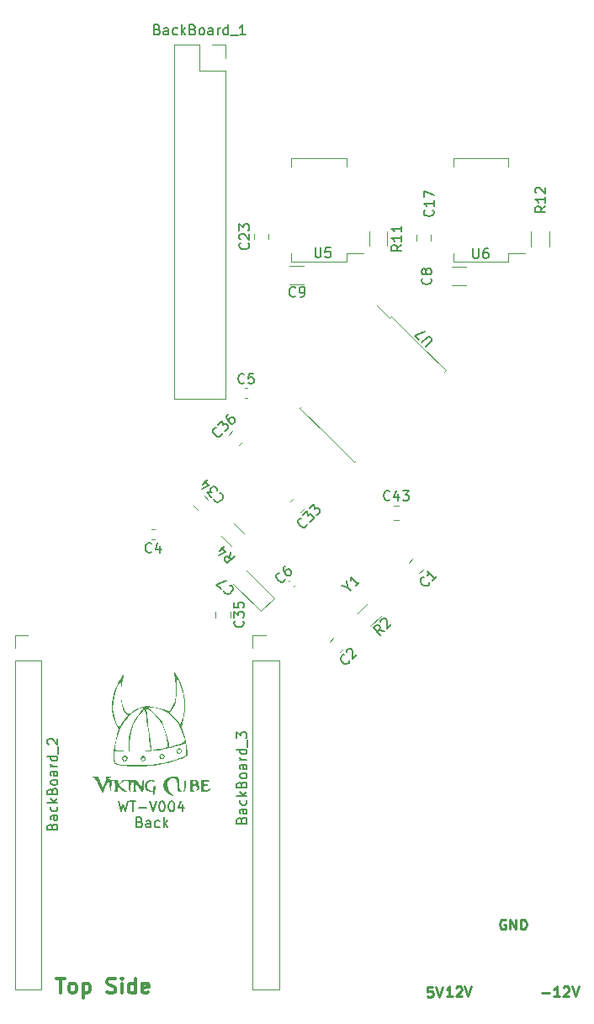
<source format=gbr>
%TF.GenerationSoftware,KiCad,Pcbnew,(6.0.6)*%
%TF.CreationDate,2022-11-26T14:51:24+01:00*%
%TF.ProjectId,wt,77742e6b-6963-4616-945f-706362585858,rev?*%
%TF.SameCoordinates,Original*%
%TF.FileFunction,Legend,Top*%
%TF.FilePolarity,Positive*%
%FSLAX46Y46*%
G04 Gerber Fmt 4.6, Leading zero omitted, Abs format (unit mm)*
G04 Created by KiCad (PCBNEW (6.0.6)) date 2022-11-26 14:51:24*
%MOMM*%
%LPD*%
G01*
G04 APERTURE LIST*
%ADD10C,0.250000*%
%ADD11C,0.300000*%
%ADD12C,0.150000*%
%ADD13C,0.120000*%
G04 APERTURE END LIST*
D10*
X61264895Y13657200D02*
X61169657Y13704819D01*
X61026800Y13704819D01*
X60883942Y13657200D01*
X60788704Y13561961D01*
X60741085Y13466723D01*
X60693466Y13276247D01*
X60693466Y13133390D01*
X60741085Y12942914D01*
X60788704Y12847676D01*
X60883942Y12752438D01*
X61026800Y12704819D01*
X61122038Y12704819D01*
X61264895Y12752438D01*
X61312514Y12800057D01*
X61312514Y13133390D01*
X61122038Y13133390D01*
X61741085Y12704819D02*
X61741085Y13704819D01*
X62312514Y12704819D01*
X62312514Y13704819D01*
X62788704Y12704819D02*
X62788704Y13704819D01*
X63026800Y13704819D01*
X63169657Y13657200D01*
X63264895Y13561961D01*
X63312514Y13466723D01*
X63360133Y13276247D01*
X63360133Y13133390D01*
X63312514Y12942914D01*
X63264895Y12847676D01*
X63169657Y12752438D01*
X63026800Y12704819D01*
X62788704Y12704819D01*
X55921352Y5948419D02*
X55349923Y5948419D01*
X55635638Y5948419D02*
X55635638Y6948419D01*
X55540400Y6805561D01*
X55445161Y6710323D01*
X55349923Y6662704D01*
X56302304Y6853180D02*
X56349923Y6900800D01*
X56445161Y6948419D01*
X56683257Y6948419D01*
X56778495Y6900800D01*
X56826114Y6853180D01*
X56873733Y6757942D01*
X56873733Y6662704D01*
X56826114Y6519847D01*
X56254685Y5948419D01*
X56873733Y5948419D01*
X57159447Y6948419D02*
X57492780Y5948419D01*
X57826114Y6948419D01*
D11*
X16027200Y7781028D02*
X16884342Y7781028D01*
X16455771Y6281028D02*
X16455771Y7781028D01*
X17598628Y6281028D02*
X17455771Y6352457D01*
X17384342Y6423885D01*
X17312914Y6566742D01*
X17312914Y6995314D01*
X17384342Y7138171D01*
X17455771Y7209600D01*
X17598628Y7281028D01*
X17812914Y7281028D01*
X17955771Y7209600D01*
X18027200Y7138171D01*
X18098628Y6995314D01*
X18098628Y6566742D01*
X18027200Y6423885D01*
X17955771Y6352457D01*
X17812914Y6281028D01*
X17598628Y6281028D01*
X18741485Y7281028D02*
X18741485Y5781028D01*
X18741485Y7209600D02*
X18884342Y7281028D01*
X19170057Y7281028D01*
X19312914Y7209600D01*
X19384342Y7138171D01*
X19455771Y6995314D01*
X19455771Y6566742D01*
X19384342Y6423885D01*
X19312914Y6352457D01*
X19170057Y6281028D01*
X18884342Y6281028D01*
X18741485Y6352457D01*
X21170057Y6352457D02*
X21384342Y6281028D01*
X21741485Y6281028D01*
X21884342Y6352457D01*
X21955771Y6423885D01*
X22027200Y6566742D01*
X22027200Y6709600D01*
X21955771Y6852457D01*
X21884342Y6923885D01*
X21741485Y6995314D01*
X21455771Y7066742D01*
X21312914Y7138171D01*
X21241485Y7209600D01*
X21170057Y7352457D01*
X21170057Y7495314D01*
X21241485Y7638171D01*
X21312914Y7709600D01*
X21455771Y7781028D01*
X21812914Y7781028D01*
X22027200Y7709600D01*
X22670057Y6281028D02*
X22670057Y7281028D01*
X22670057Y7781028D02*
X22598628Y7709600D01*
X22670057Y7638171D01*
X22741485Y7709600D01*
X22670057Y7781028D01*
X22670057Y7638171D01*
X24027200Y6281028D02*
X24027200Y7781028D01*
X24027200Y6352457D02*
X23884342Y6281028D01*
X23598628Y6281028D01*
X23455771Y6352457D01*
X23384342Y6423885D01*
X23312914Y6566742D01*
X23312914Y6995314D01*
X23384342Y7138171D01*
X23455771Y7209600D01*
X23598628Y7281028D01*
X23884342Y7281028D01*
X24027200Y7209600D01*
X25312914Y6352457D02*
X25170057Y6281028D01*
X24884342Y6281028D01*
X24741485Y6352457D01*
X24670057Y6495314D01*
X24670057Y7066742D01*
X24741485Y7209600D01*
X24884342Y7281028D01*
X25170057Y7281028D01*
X25312914Y7209600D01*
X25384342Y7066742D01*
X25384342Y6923885D01*
X24670057Y6781028D01*
D10*
X53911523Y6897619D02*
X53435333Y6897619D01*
X53387714Y6421428D01*
X53435333Y6469047D01*
X53530571Y6516666D01*
X53768666Y6516666D01*
X53863904Y6469047D01*
X53911523Y6421428D01*
X53959142Y6326190D01*
X53959142Y6088095D01*
X53911523Y5992857D01*
X53863904Y5945238D01*
X53768666Y5897619D01*
X53530571Y5897619D01*
X53435333Y5945238D01*
X53387714Y5992857D01*
X54244857Y6897619D02*
X54578190Y5897619D01*
X54911523Y6897619D01*
D12*
X22368285Y25584219D02*
X22606380Y24584219D01*
X22796857Y25298504D01*
X22987333Y24584219D01*
X23225428Y25584219D01*
X23463523Y25584219D02*
X24034952Y25584219D01*
X23749238Y24584219D02*
X23749238Y25584219D01*
X24368285Y24965171D02*
X25130190Y24965171D01*
X25463523Y25584219D02*
X25796857Y24584219D01*
X26130190Y25584219D01*
X26654000Y25584219D02*
X26749238Y25584219D01*
X26844476Y25536600D01*
X26892095Y25488980D01*
X26939714Y25393742D01*
X26987333Y25203266D01*
X26987333Y24965171D01*
X26939714Y24774695D01*
X26892095Y24679457D01*
X26844476Y24631838D01*
X26749238Y24584219D01*
X26654000Y24584219D01*
X26558761Y24631838D01*
X26511142Y24679457D01*
X26463523Y24774695D01*
X26415904Y24965171D01*
X26415904Y25203266D01*
X26463523Y25393742D01*
X26511142Y25488980D01*
X26558761Y25536600D01*
X26654000Y25584219D01*
X27606380Y25584219D02*
X27701619Y25584219D01*
X27796857Y25536600D01*
X27844476Y25488980D01*
X27892095Y25393742D01*
X27939714Y25203266D01*
X27939714Y24965171D01*
X27892095Y24774695D01*
X27844476Y24679457D01*
X27796857Y24631838D01*
X27701619Y24584219D01*
X27606380Y24584219D01*
X27511142Y24631838D01*
X27463523Y24679457D01*
X27415904Y24774695D01*
X27368285Y24965171D01*
X27368285Y25203266D01*
X27415904Y25393742D01*
X27463523Y25488980D01*
X27511142Y25536600D01*
X27606380Y25584219D01*
X28796857Y25250885D02*
X28796857Y24584219D01*
X28558761Y25631838D02*
X28320666Y24917552D01*
X28939714Y24917552D01*
X24439714Y23498028D02*
X24582571Y23450409D01*
X24630190Y23402790D01*
X24677809Y23307552D01*
X24677809Y23164695D01*
X24630190Y23069457D01*
X24582571Y23021838D01*
X24487333Y22974219D01*
X24106380Y22974219D01*
X24106380Y23974219D01*
X24439714Y23974219D01*
X24534952Y23926600D01*
X24582571Y23878980D01*
X24630190Y23783742D01*
X24630190Y23688504D01*
X24582571Y23593266D01*
X24534952Y23545647D01*
X24439714Y23498028D01*
X24106380Y23498028D01*
X25534952Y22974219D02*
X25534952Y23498028D01*
X25487333Y23593266D01*
X25392095Y23640885D01*
X25201619Y23640885D01*
X25106380Y23593266D01*
X25534952Y23021838D02*
X25439714Y22974219D01*
X25201619Y22974219D01*
X25106380Y23021838D01*
X25058761Y23117076D01*
X25058761Y23212314D01*
X25106380Y23307552D01*
X25201619Y23355171D01*
X25439714Y23355171D01*
X25534952Y23402790D01*
X26439714Y23021838D02*
X26344476Y22974219D01*
X26154000Y22974219D01*
X26058761Y23021838D01*
X26011142Y23069457D01*
X25963523Y23164695D01*
X25963523Y23450409D01*
X26011142Y23545647D01*
X26058761Y23593266D01*
X26154000Y23640885D01*
X26344476Y23640885D01*
X26439714Y23593266D01*
X26868285Y22974219D02*
X26868285Y23974219D01*
X26963523Y23355171D02*
X27249238Y22974219D01*
X27249238Y23640885D02*
X26868285Y23259933D01*
D10*
X64938495Y6329371D02*
X65700400Y6329371D01*
X66700400Y5948419D02*
X66128971Y5948419D01*
X66414685Y5948419D02*
X66414685Y6948419D01*
X66319447Y6805561D01*
X66224209Y6710323D01*
X66128971Y6662704D01*
X67081352Y6853180D02*
X67128971Y6900800D01*
X67224209Y6948419D01*
X67462304Y6948419D01*
X67557542Y6900800D01*
X67605161Y6853180D01*
X67652780Y6757942D01*
X67652780Y6662704D01*
X67605161Y6519847D01*
X67033733Y5948419D01*
X67652780Y5948419D01*
X67938495Y6948419D02*
X68271828Y5948419D01*
X68605161Y6948419D01*
D12*
%TO.C,Y1*%
X45391846Y47152718D02*
X45728564Y46816000D01*
X44785755Y47287405D02*
X45391846Y47152718D01*
X45257159Y47758809D01*
X46570357Y47657794D02*
X46166296Y47253733D01*
X46368327Y47455764D02*
X45661220Y48162870D01*
X45694892Y47994512D01*
X45694892Y47859825D01*
X45661220Y47758809D01*
%TO.C,C8*%
X53722542Y78217733D02*
X53770161Y78170114D01*
X53817780Y78027257D01*
X53817780Y77932019D01*
X53770161Y77789161D01*
X53674923Y77693923D01*
X53579685Y77646304D01*
X53389209Y77598685D01*
X53246352Y77598685D01*
X53055876Y77646304D01*
X52960638Y77693923D01*
X52865400Y77789161D01*
X52817780Y77932019D01*
X52817780Y78027257D01*
X52865400Y78170114D01*
X52913019Y78217733D01*
X53246352Y78789161D02*
X53198733Y78693923D01*
X53151114Y78646304D01*
X53055876Y78598685D01*
X53008257Y78598685D01*
X52913019Y78646304D01*
X52865400Y78693923D01*
X52817780Y78789161D01*
X52817780Y78979638D01*
X52865400Y79074876D01*
X52913019Y79122495D01*
X53008257Y79170114D01*
X53055876Y79170114D01*
X53151114Y79122495D01*
X53198733Y79074876D01*
X53246352Y78979638D01*
X53246352Y78789161D01*
X53293971Y78693923D01*
X53341590Y78646304D01*
X53436828Y78598685D01*
X53627304Y78598685D01*
X53722542Y78646304D01*
X53770161Y78693923D01*
X53817780Y78789161D01*
X53817780Y78979638D01*
X53770161Y79074876D01*
X53722542Y79122495D01*
X53627304Y79170114D01*
X53436828Y79170114D01*
X53341590Y79122495D01*
X53293971Y79074876D01*
X53246352Y78979638D01*
%TO.C,C9*%
X40117733Y76452457D02*
X40070114Y76404838D01*
X39927257Y76357219D01*
X39832019Y76357219D01*
X39689161Y76404838D01*
X39593923Y76500076D01*
X39546304Y76595314D01*
X39498685Y76785790D01*
X39498685Y76928647D01*
X39546304Y77119123D01*
X39593923Y77214361D01*
X39689161Y77309600D01*
X39832019Y77357219D01*
X39927257Y77357219D01*
X40070114Y77309600D01*
X40117733Y77261980D01*
X40593923Y76357219D02*
X40784400Y76357219D01*
X40879638Y76404838D01*
X40927257Y76452457D01*
X41022495Y76595314D01*
X41070114Y76785790D01*
X41070114Y77166742D01*
X41022495Y77261980D01*
X40974876Y77309600D01*
X40879638Y77357219D01*
X40689161Y77357219D01*
X40593923Y77309600D01*
X40546304Y77261980D01*
X40498685Y77166742D01*
X40498685Y76928647D01*
X40546304Y76833409D01*
X40593923Y76785790D01*
X40689161Y76738171D01*
X40879638Y76738171D01*
X40974876Y76785790D01*
X41022495Y76833409D01*
X41070114Y76928647D01*
%TO.C,C4*%
X25639733Y50689257D02*
X25592114Y50641638D01*
X25449257Y50594019D01*
X25354019Y50594019D01*
X25211161Y50641638D01*
X25115923Y50736876D01*
X25068304Y50832114D01*
X25020685Y51022590D01*
X25020685Y51165447D01*
X25068304Y51355923D01*
X25115923Y51451161D01*
X25211161Y51546400D01*
X25354019Y51594019D01*
X25449257Y51594019D01*
X25592114Y51546400D01*
X25639733Y51498780D01*
X26496876Y51260685D02*
X26496876Y50594019D01*
X26258780Y51641638D02*
X26020685Y50927352D01*
X26639733Y50927352D01*
%TO.C,C17*%
X53951142Y85082142D02*
X53998761Y85034523D01*
X54046380Y84891666D01*
X54046380Y84796428D01*
X53998761Y84653571D01*
X53903523Y84558333D01*
X53808285Y84510714D01*
X53617809Y84463095D01*
X53474952Y84463095D01*
X53284476Y84510714D01*
X53189238Y84558333D01*
X53094000Y84653571D01*
X53046380Y84796428D01*
X53046380Y84891666D01*
X53094000Y85034523D01*
X53141619Y85082142D01*
X54046380Y86034523D02*
X54046380Y85463095D01*
X54046380Y85748809D02*
X53046380Y85748809D01*
X53189238Y85653571D01*
X53284476Y85558333D01*
X53332095Y85463095D01*
X53046380Y86367857D02*
X53046380Y87034523D01*
X54046380Y86605952D01*
%TO.C,C35*%
X34853942Y43730942D02*
X34901561Y43683323D01*
X34949180Y43540466D01*
X34949180Y43445228D01*
X34901561Y43302371D01*
X34806323Y43207133D01*
X34711085Y43159514D01*
X34520609Y43111895D01*
X34377752Y43111895D01*
X34187276Y43159514D01*
X34092038Y43207133D01*
X33996800Y43302371D01*
X33949180Y43445228D01*
X33949180Y43540466D01*
X33996800Y43683323D01*
X34044419Y43730942D01*
X33949180Y44064276D02*
X33949180Y44683323D01*
X34330133Y44349990D01*
X34330133Y44492847D01*
X34377752Y44588085D01*
X34425371Y44635704D01*
X34520609Y44683323D01*
X34758704Y44683323D01*
X34853942Y44635704D01*
X34901561Y44588085D01*
X34949180Y44492847D01*
X34949180Y44207133D01*
X34901561Y44111895D01*
X34853942Y44064276D01*
X33949180Y45588085D02*
X33949180Y45111895D01*
X34425371Y45064276D01*
X34377752Y45111895D01*
X34330133Y45207133D01*
X34330133Y45445228D01*
X34377752Y45540466D01*
X34425371Y45588085D01*
X34520609Y45635704D01*
X34758704Y45635704D01*
X34853942Y45588085D01*
X34901561Y45540466D01*
X34949180Y45445228D01*
X34949180Y45207133D01*
X34901561Y45111895D01*
X34853942Y45064276D01*
%TO.C,C5*%
X34986933Y67722457D02*
X34939314Y67674838D01*
X34796457Y67627219D01*
X34701219Y67627219D01*
X34558361Y67674838D01*
X34463123Y67770076D01*
X34415504Y67865314D01*
X34367885Y68055790D01*
X34367885Y68198647D01*
X34415504Y68389123D01*
X34463123Y68484361D01*
X34558361Y68579600D01*
X34701219Y68627219D01*
X34796457Y68627219D01*
X34939314Y68579600D01*
X34986933Y68531980D01*
X35891695Y68627219D02*
X35415504Y68627219D01*
X35367885Y68151028D01*
X35415504Y68198647D01*
X35510742Y68246266D01*
X35748838Y68246266D01*
X35844076Y68198647D01*
X35891695Y68151028D01*
X35939314Y68055790D01*
X35939314Y67817695D01*
X35891695Y67722457D01*
X35844076Y67674838D01*
X35748838Y67627219D01*
X35510742Y67627219D01*
X35415504Y67674838D01*
X35367885Y67722457D01*
%TO.C,R4*%
X33570325Y50664136D02*
X33469310Y50091716D01*
X33974386Y50260075D02*
X33267280Y49552968D01*
X32997905Y49822342D01*
X32964234Y49923357D01*
X32964234Y49990701D01*
X32997905Y50091716D01*
X33098921Y50192731D01*
X33199936Y50226403D01*
X33267280Y50226403D01*
X33368295Y50192731D01*
X33637669Y49923357D01*
X32492829Y50798823D02*
X32964234Y51270228D01*
X32391814Y50361090D02*
X33065249Y50697808D01*
X32627516Y51135541D01*
%TO.C,C36*%
X32722230Y62609232D02*
X32722230Y62541888D01*
X32654886Y62407201D01*
X32587543Y62339858D01*
X32452856Y62272514D01*
X32318169Y62272514D01*
X32217154Y62306186D01*
X32048795Y62407201D01*
X31947780Y62508216D01*
X31846764Y62676575D01*
X31813093Y62777590D01*
X31813093Y62912277D01*
X31880436Y63046964D01*
X31947780Y63114308D01*
X32082467Y63181651D01*
X32149810Y63181651D01*
X32318169Y63484697D02*
X32755902Y63922430D01*
X32789573Y63417354D01*
X32890589Y63518369D01*
X32991604Y63552041D01*
X33058948Y63552041D01*
X33159963Y63518369D01*
X33328322Y63350010D01*
X33361993Y63248995D01*
X33361993Y63181651D01*
X33328322Y63080636D01*
X33126291Y62878606D01*
X33025276Y62844934D01*
X32957932Y62844934D01*
X33361993Y64528522D02*
X33227306Y64393835D01*
X33193635Y64292819D01*
X33193635Y64225476D01*
X33227306Y64057117D01*
X33328322Y63888758D01*
X33597696Y63619384D01*
X33698711Y63585713D01*
X33766054Y63585713D01*
X33867070Y63619384D01*
X34001757Y63754071D01*
X34035428Y63855087D01*
X34035428Y63922430D01*
X34001757Y64023445D01*
X33833398Y64191804D01*
X33732383Y64225476D01*
X33665039Y64225476D01*
X33564024Y64191804D01*
X33429337Y64057117D01*
X33395665Y63956102D01*
X33395665Y63888758D01*
X33429337Y63787743D01*
%TO.C,R12*%
X65273180Y85463142D02*
X64796990Y85129809D01*
X65273180Y84891714D02*
X64273180Y84891714D01*
X64273180Y85272666D01*
X64320800Y85367904D01*
X64368419Y85415523D01*
X64463657Y85463142D01*
X64606514Y85463142D01*
X64701752Y85415523D01*
X64749371Y85367904D01*
X64796990Y85272666D01*
X64796990Y84891714D01*
X65273180Y86415523D02*
X65273180Y85844095D01*
X65273180Y86129809D02*
X64273180Y86129809D01*
X64416038Y86034571D01*
X64511276Y85939333D01*
X64558895Y85844095D01*
X64368419Y86796476D02*
X64320800Y86844095D01*
X64273180Y86939333D01*
X64273180Y87177428D01*
X64320800Y87272666D01*
X64368419Y87320285D01*
X64463657Y87367904D01*
X64558895Y87367904D01*
X64701752Y87320285D01*
X65273180Y86748857D01*
X65273180Y87367904D01*
%TO.C,BackBoard_2*%
X15651171Y23041504D02*
X15698790Y23184361D01*
X15746409Y23231980D01*
X15841647Y23279600D01*
X15984504Y23279600D01*
X16079742Y23231980D01*
X16127361Y23184361D01*
X16174980Y23089123D01*
X16174980Y22708171D01*
X15174980Y22708171D01*
X15174980Y23041504D01*
X15222600Y23136742D01*
X15270219Y23184361D01*
X15365457Y23231980D01*
X15460695Y23231980D01*
X15555933Y23184361D01*
X15603552Y23136742D01*
X15651171Y23041504D01*
X15651171Y22708171D01*
X16174980Y24136742D02*
X15651171Y24136742D01*
X15555933Y24089123D01*
X15508314Y23993885D01*
X15508314Y23803409D01*
X15555933Y23708171D01*
X16127361Y24136742D02*
X16174980Y24041504D01*
X16174980Y23803409D01*
X16127361Y23708171D01*
X16032123Y23660552D01*
X15936885Y23660552D01*
X15841647Y23708171D01*
X15794028Y23803409D01*
X15794028Y24041504D01*
X15746409Y24136742D01*
X16127361Y25041504D02*
X16174980Y24946266D01*
X16174980Y24755790D01*
X16127361Y24660552D01*
X16079742Y24612933D01*
X15984504Y24565314D01*
X15698790Y24565314D01*
X15603552Y24612933D01*
X15555933Y24660552D01*
X15508314Y24755790D01*
X15508314Y24946266D01*
X15555933Y25041504D01*
X16174980Y25470076D02*
X15174980Y25470076D01*
X15794028Y25565314D02*
X16174980Y25851028D01*
X15508314Y25851028D02*
X15889266Y25470076D01*
X15651171Y26612933D02*
X15698790Y26755790D01*
X15746409Y26803409D01*
X15841647Y26851028D01*
X15984504Y26851028D01*
X16079742Y26803409D01*
X16127361Y26755790D01*
X16174980Y26660552D01*
X16174980Y26279600D01*
X15174980Y26279600D01*
X15174980Y26612933D01*
X15222600Y26708171D01*
X15270219Y26755790D01*
X15365457Y26803409D01*
X15460695Y26803409D01*
X15555933Y26755790D01*
X15603552Y26708171D01*
X15651171Y26612933D01*
X15651171Y26279600D01*
X16174980Y27422457D02*
X16127361Y27327219D01*
X16079742Y27279600D01*
X15984504Y27231980D01*
X15698790Y27231980D01*
X15603552Y27279600D01*
X15555933Y27327219D01*
X15508314Y27422457D01*
X15508314Y27565314D01*
X15555933Y27660552D01*
X15603552Y27708171D01*
X15698790Y27755790D01*
X15984504Y27755790D01*
X16079742Y27708171D01*
X16127361Y27660552D01*
X16174980Y27565314D01*
X16174980Y27422457D01*
X16174980Y28612933D02*
X15651171Y28612933D01*
X15555933Y28565314D01*
X15508314Y28470076D01*
X15508314Y28279600D01*
X15555933Y28184361D01*
X16127361Y28612933D02*
X16174980Y28517695D01*
X16174980Y28279600D01*
X16127361Y28184361D01*
X16032123Y28136742D01*
X15936885Y28136742D01*
X15841647Y28184361D01*
X15794028Y28279600D01*
X15794028Y28517695D01*
X15746409Y28612933D01*
X16174980Y29089123D02*
X15508314Y29089123D01*
X15698790Y29089123D02*
X15603552Y29136742D01*
X15555933Y29184361D01*
X15508314Y29279600D01*
X15508314Y29374838D01*
X16174980Y30136742D02*
X15174980Y30136742D01*
X16127361Y30136742D02*
X16174980Y30041504D01*
X16174980Y29851028D01*
X16127361Y29755790D01*
X16079742Y29708171D01*
X15984504Y29660552D01*
X15698790Y29660552D01*
X15603552Y29708171D01*
X15555933Y29755790D01*
X15508314Y29851028D01*
X15508314Y30041504D01*
X15555933Y30136742D01*
X16270219Y30374838D02*
X16270219Y31136742D01*
X15270219Y31327219D02*
X15222600Y31374838D01*
X15174980Y31470076D01*
X15174980Y31708171D01*
X15222600Y31803409D01*
X15270219Y31851028D01*
X15365457Y31898647D01*
X15460695Y31898647D01*
X15603552Y31851028D01*
X16174980Y31279600D01*
X16174980Y31898647D01*
%TO.C,U7*%
X53253157Y71327261D02*
X53825577Y71899681D01*
X53859249Y72000696D01*
X53859249Y72068040D01*
X53825577Y72169055D01*
X53690890Y72303742D01*
X53589875Y72337414D01*
X53522531Y72337414D01*
X53421516Y72303742D01*
X52849096Y71731322D01*
X52579722Y72000696D02*
X52108318Y72472101D01*
X53118470Y72876162D01*
%TO.C,R11*%
X50795180Y81576942D02*
X50318990Y81243609D01*
X50795180Y81005514D02*
X49795180Y81005514D01*
X49795180Y81386466D01*
X49842800Y81481704D01*
X49890419Y81529323D01*
X49985657Y81576942D01*
X50128514Y81576942D01*
X50223752Y81529323D01*
X50271371Y81481704D01*
X50318990Y81386466D01*
X50318990Y81005514D01*
X50795180Y82529323D02*
X50795180Y81957895D01*
X50795180Y82243609D02*
X49795180Y82243609D01*
X49938038Y82148371D01*
X50033276Y82053133D01*
X50080895Y81957895D01*
X50795180Y83481704D02*
X50795180Y82910276D01*
X50795180Y83195990D02*
X49795180Y83195990D01*
X49938038Y83100752D01*
X50033276Y83005514D01*
X50080895Y82910276D01*
%TO.C,C6*%
X39090843Y47998654D02*
X39090843Y47931311D01*
X39023499Y47796624D01*
X38956156Y47729280D01*
X38821468Y47661937D01*
X38686781Y47661937D01*
X38585766Y47695608D01*
X38417407Y47796624D01*
X38316392Y47897639D01*
X38215377Y48065998D01*
X38181705Y48167013D01*
X38181705Y48301700D01*
X38249049Y48436387D01*
X38316392Y48503731D01*
X38451079Y48571074D01*
X38518423Y48571074D01*
X39057171Y49244509D02*
X38922484Y49109822D01*
X38888812Y49008807D01*
X38888812Y48941463D01*
X38922484Y48773105D01*
X39023499Y48604746D01*
X39292873Y48335372D01*
X39393888Y48301700D01*
X39461232Y48301700D01*
X39562247Y48335372D01*
X39696934Y48470059D01*
X39730606Y48571074D01*
X39730606Y48638418D01*
X39696934Y48739433D01*
X39528575Y48907792D01*
X39427560Y48941463D01*
X39360217Y48941463D01*
X39259201Y48907792D01*
X39124514Y48773105D01*
X39090843Y48672089D01*
X39090843Y48604746D01*
X39124514Y48503731D01*
%TO.C,R2*%
X49071109Y42723066D02*
X48498689Y42824081D01*
X48667048Y42319005D02*
X47959941Y43026111D01*
X48229315Y43295486D01*
X48330330Y43329157D01*
X48397674Y43329157D01*
X48498689Y43295486D01*
X48599704Y43194470D01*
X48633376Y43093455D01*
X48633376Y43026111D01*
X48599704Y42925096D01*
X48330330Y42655722D01*
X48700720Y43632203D02*
X48700720Y43699547D01*
X48734391Y43800562D01*
X48902750Y43968921D01*
X49003766Y44002592D01*
X49071109Y44002592D01*
X49172124Y43968921D01*
X49239468Y43901577D01*
X49306811Y43766890D01*
X49306811Y42958768D01*
X49744544Y43396501D01*
%TO.C,BackBoard_1*%
X26241904Y103244028D02*
X26384761Y103196409D01*
X26432380Y103148790D01*
X26480000Y103053552D01*
X26480000Y102910695D01*
X26432380Y102815457D01*
X26384761Y102767838D01*
X26289523Y102720219D01*
X25908571Y102720219D01*
X25908571Y103720219D01*
X26241904Y103720219D01*
X26337142Y103672600D01*
X26384761Y103624980D01*
X26432380Y103529742D01*
X26432380Y103434504D01*
X26384761Y103339266D01*
X26337142Y103291647D01*
X26241904Y103244028D01*
X25908571Y103244028D01*
X27337142Y102720219D02*
X27337142Y103244028D01*
X27289523Y103339266D01*
X27194285Y103386885D01*
X27003809Y103386885D01*
X26908571Y103339266D01*
X27337142Y102767838D02*
X27241904Y102720219D01*
X27003809Y102720219D01*
X26908571Y102767838D01*
X26860952Y102863076D01*
X26860952Y102958314D01*
X26908571Y103053552D01*
X27003809Y103101171D01*
X27241904Y103101171D01*
X27337142Y103148790D01*
X28241904Y102767838D02*
X28146666Y102720219D01*
X27956190Y102720219D01*
X27860952Y102767838D01*
X27813333Y102815457D01*
X27765714Y102910695D01*
X27765714Y103196409D01*
X27813333Y103291647D01*
X27860952Y103339266D01*
X27956190Y103386885D01*
X28146666Y103386885D01*
X28241904Y103339266D01*
X28670476Y102720219D02*
X28670476Y103720219D01*
X28765714Y103101171D02*
X29051428Y102720219D01*
X29051428Y103386885D02*
X28670476Y103005933D01*
X29813333Y103244028D02*
X29956190Y103196409D01*
X30003809Y103148790D01*
X30051428Y103053552D01*
X30051428Y102910695D01*
X30003809Y102815457D01*
X29956190Y102767838D01*
X29860952Y102720219D01*
X29480000Y102720219D01*
X29480000Y103720219D01*
X29813333Y103720219D01*
X29908571Y103672600D01*
X29956190Y103624980D01*
X30003809Y103529742D01*
X30003809Y103434504D01*
X29956190Y103339266D01*
X29908571Y103291647D01*
X29813333Y103244028D01*
X29480000Y103244028D01*
X30622857Y102720219D02*
X30527619Y102767838D01*
X30480000Y102815457D01*
X30432380Y102910695D01*
X30432380Y103196409D01*
X30480000Y103291647D01*
X30527619Y103339266D01*
X30622857Y103386885D01*
X30765714Y103386885D01*
X30860952Y103339266D01*
X30908571Y103291647D01*
X30956190Y103196409D01*
X30956190Y102910695D01*
X30908571Y102815457D01*
X30860952Y102767838D01*
X30765714Y102720219D01*
X30622857Y102720219D01*
X31813333Y102720219D02*
X31813333Y103244028D01*
X31765714Y103339266D01*
X31670476Y103386885D01*
X31480000Y103386885D01*
X31384761Y103339266D01*
X31813333Y102767838D02*
X31718095Y102720219D01*
X31480000Y102720219D01*
X31384761Y102767838D01*
X31337142Y102863076D01*
X31337142Y102958314D01*
X31384761Y103053552D01*
X31480000Y103101171D01*
X31718095Y103101171D01*
X31813333Y103148790D01*
X32289523Y102720219D02*
X32289523Y103386885D01*
X32289523Y103196409D02*
X32337142Y103291647D01*
X32384761Y103339266D01*
X32480000Y103386885D01*
X32575238Y103386885D01*
X33337142Y102720219D02*
X33337142Y103720219D01*
X33337142Y102767838D02*
X33241904Y102720219D01*
X33051428Y102720219D01*
X32956190Y102767838D01*
X32908571Y102815457D01*
X32860952Y102910695D01*
X32860952Y103196409D01*
X32908571Y103291647D01*
X32956190Y103339266D01*
X33051428Y103386885D01*
X33241904Y103386885D01*
X33337142Y103339266D01*
X33575238Y102624980D02*
X34337142Y102624980D01*
X35099047Y102720219D02*
X34527619Y102720219D01*
X34813333Y102720219D02*
X34813333Y103720219D01*
X34718095Y103577361D01*
X34622857Y103482123D01*
X34527619Y103434504D01*
%TO.C,U6*%
X57989695Y81233219D02*
X57989695Y80423695D01*
X58037314Y80328457D01*
X58084933Y80280838D01*
X58180171Y80233219D01*
X58370647Y80233219D01*
X58465885Y80280838D01*
X58513504Y80328457D01*
X58561123Y80423695D01*
X58561123Y81233219D01*
X59465885Y81233219D02*
X59275409Y81233219D01*
X59180171Y81185600D01*
X59132552Y81137980D01*
X59037314Y80995123D01*
X58989695Y80804647D01*
X58989695Y80423695D01*
X59037314Y80328457D01*
X59084933Y80280838D01*
X59180171Y80233219D01*
X59370647Y80233219D01*
X59465885Y80280838D01*
X59513504Y80328457D01*
X59561123Y80423695D01*
X59561123Y80661790D01*
X59513504Y80757028D01*
X59465885Y80804647D01*
X59370647Y80852266D01*
X59180171Y80852266D01*
X59084933Y80804647D01*
X59037314Y80757028D01*
X58989695Y80661790D01*
%TO.C,C34*%
X32502045Y56611908D02*
X32569389Y56611908D01*
X32704076Y56544564D01*
X32771419Y56477221D01*
X32838763Y56342534D01*
X32838763Y56207847D01*
X32805091Y56106832D01*
X32704076Y55938473D01*
X32603061Y55837458D01*
X32434702Y55736442D01*
X32333687Y55702771D01*
X32199000Y55702771D01*
X32064313Y55770114D01*
X31996969Y55837458D01*
X31929626Y55972145D01*
X31929626Y56039488D01*
X31626580Y56207847D02*
X31188847Y56645580D01*
X31693923Y56679251D01*
X31592908Y56780267D01*
X31559236Y56881282D01*
X31559236Y56948626D01*
X31592908Y57049641D01*
X31761267Y57218000D01*
X31862282Y57251671D01*
X31929626Y57251671D01*
X32030641Y57218000D01*
X32232671Y57015969D01*
X32266343Y56914954D01*
X32266343Y56847610D01*
X30818458Y57487374D02*
X31289862Y57958778D01*
X30717442Y57049641D02*
X31390877Y57386358D01*
X30953145Y57824091D01*
%TO.C,C33*%
X41295708Y53502354D02*
X41295708Y53435010D01*
X41228364Y53300323D01*
X41161021Y53232980D01*
X41026334Y53165636D01*
X40891647Y53165636D01*
X40790632Y53199308D01*
X40622273Y53300323D01*
X40521258Y53401338D01*
X40420242Y53569697D01*
X40386571Y53670712D01*
X40386571Y53805399D01*
X40453914Y53940086D01*
X40521258Y54007430D01*
X40655945Y54074773D01*
X40723288Y54074773D01*
X40891647Y54377819D02*
X41329380Y54815552D01*
X41363051Y54310476D01*
X41464067Y54411491D01*
X41565082Y54445163D01*
X41632426Y54445163D01*
X41733441Y54411491D01*
X41901800Y54243132D01*
X41935471Y54142117D01*
X41935471Y54074773D01*
X41901800Y53973758D01*
X41699769Y53771728D01*
X41598754Y53738056D01*
X41531410Y53738056D01*
X41565082Y55051254D02*
X42002815Y55488987D01*
X42036487Y54983911D01*
X42137502Y55084926D01*
X42238517Y55118598D01*
X42305861Y55118598D01*
X42406876Y55084926D01*
X42575235Y54916567D01*
X42608906Y54815552D01*
X42608906Y54748209D01*
X42575235Y54647193D01*
X42373204Y54445163D01*
X42272189Y54411491D01*
X42204845Y54411491D01*
%TO.C,C7*%
X33517389Y47327887D02*
X33584732Y47327887D01*
X33719419Y47260543D01*
X33786763Y47193200D01*
X33854106Y47058512D01*
X33854106Y46923825D01*
X33820435Y46822810D01*
X33719419Y46654451D01*
X33618404Y46553436D01*
X33450045Y46452421D01*
X33349030Y46418749D01*
X33214343Y46418749D01*
X33079656Y46486093D01*
X33012312Y46553436D01*
X32944969Y46688123D01*
X32944969Y46755467D01*
X32641923Y46923825D02*
X32170519Y47395230D01*
X33180671Y47799291D01*
%TO.C,C2*%
X45569426Y39742071D02*
X45569426Y39674728D01*
X45502082Y39540041D01*
X45434739Y39472697D01*
X45300051Y39405354D01*
X45165364Y39405354D01*
X45064349Y39439025D01*
X44895990Y39540041D01*
X44794975Y39641056D01*
X44693960Y39809415D01*
X44660288Y39910430D01*
X44660288Y40045117D01*
X44727632Y40179804D01*
X44794975Y40247148D01*
X44929662Y40314491D01*
X44997006Y40314491D01*
X45266380Y40583865D02*
X45266380Y40651209D01*
X45300051Y40752224D01*
X45468410Y40920583D01*
X45569426Y40954254D01*
X45636769Y40954254D01*
X45737784Y40920583D01*
X45805128Y40853239D01*
X45872471Y40718552D01*
X45872471Y39910430D01*
X46310204Y40348163D01*
%TO.C,C23*%
X35383742Y81754742D02*
X35431361Y81707123D01*
X35478980Y81564266D01*
X35478980Y81469028D01*
X35431361Y81326171D01*
X35336123Y81230933D01*
X35240885Y81183314D01*
X35050409Y81135695D01*
X34907552Y81135695D01*
X34717076Y81183314D01*
X34621838Y81230933D01*
X34526600Y81326171D01*
X34478980Y81469028D01*
X34478980Y81564266D01*
X34526600Y81707123D01*
X34574219Y81754742D01*
X34574219Y82135695D02*
X34526600Y82183314D01*
X34478980Y82278552D01*
X34478980Y82516647D01*
X34526600Y82611885D01*
X34574219Y82659504D01*
X34669457Y82707123D01*
X34764695Y82707123D01*
X34907552Y82659504D01*
X35478980Y82088076D01*
X35478980Y82707123D01*
X34478980Y83040457D02*
X34478980Y83659504D01*
X34859933Y83326171D01*
X34859933Y83469028D01*
X34907552Y83564266D01*
X34955171Y83611885D01*
X35050409Y83659504D01*
X35288504Y83659504D01*
X35383742Y83611885D01*
X35431361Y83564266D01*
X35478980Y83469028D01*
X35478980Y83183314D01*
X35431361Y83088076D01*
X35383742Y83040457D01*
%TO.C,C43*%
X49623742Y55932857D02*
X49576123Y55885238D01*
X49433266Y55837619D01*
X49338028Y55837619D01*
X49195171Y55885238D01*
X49099933Y55980476D01*
X49052314Y56075714D01*
X49004695Y56266190D01*
X49004695Y56409047D01*
X49052314Y56599523D01*
X49099933Y56694761D01*
X49195171Y56790000D01*
X49338028Y56837619D01*
X49433266Y56837619D01*
X49576123Y56790000D01*
X49623742Y56742380D01*
X50480885Y56504285D02*
X50480885Y55837619D01*
X50242790Y56885238D02*
X50004695Y56170952D01*
X50623742Y56170952D01*
X50909457Y56837619D02*
X51528504Y56837619D01*
X51195171Y56456666D01*
X51338028Y56456666D01*
X51433266Y56409047D01*
X51480885Y56361428D01*
X51528504Y56266190D01*
X51528504Y56028095D01*
X51480885Y55932857D01*
X51433266Y55885238D01*
X51338028Y55837619D01*
X51052314Y55837619D01*
X50957076Y55885238D01*
X50909457Y55932857D01*
%TO.C,C1*%
X53601687Y47584811D02*
X53601687Y47517468D01*
X53534343Y47382781D01*
X53467000Y47315437D01*
X53332312Y47248094D01*
X53197625Y47248094D01*
X53096610Y47281765D01*
X52928251Y47382781D01*
X52827236Y47483796D01*
X52726221Y47652155D01*
X52692549Y47753170D01*
X52692549Y47887857D01*
X52759893Y48022544D01*
X52827236Y48089888D01*
X52961923Y48157231D01*
X53029267Y48157231D01*
X54342465Y48190903D02*
X53938404Y47786842D01*
X54140435Y47988872D02*
X53433328Y48695979D01*
X53467000Y48527620D01*
X53467000Y48392933D01*
X53433328Y48291918D01*
%TO.C,BackBoard_3*%
X34701171Y23701904D02*
X34748790Y23844761D01*
X34796409Y23892380D01*
X34891647Y23940000D01*
X35034504Y23940000D01*
X35129742Y23892380D01*
X35177361Y23844761D01*
X35224980Y23749523D01*
X35224980Y23368571D01*
X34224980Y23368571D01*
X34224980Y23701904D01*
X34272600Y23797142D01*
X34320219Y23844761D01*
X34415457Y23892380D01*
X34510695Y23892380D01*
X34605933Y23844761D01*
X34653552Y23797142D01*
X34701171Y23701904D01*
X34701171Y23368571D01*
X35224980Y24797142D02*
X34701171Y24797142D01*
X34605933Y24749523D01*
X34558314Y24654285D01*
X34558314Y24463809D01*
X34605933Y24368571D01*
X35177361Y24797142D02*
X35224980Y24701904D01*
X35224980Y24463809D01*
X35177361Y24368571D01*
X35082123Y24320952D01*
X34986885Y24320952D01*
X34891647Y24368571D01*
X34844028Y24463809D01*
X34844028Y24701904D01*
X34796409Y24797142D01*
X35177361Y25701904D02*
X35224980Y25606666D01*
X35224980Y25416190D01*
X35177361Y25320952D01*
X35129742Y25273333D01*
X35034504Y25225714D01*
X34748790Y25225714D01*
X34653552Y25273333D01*
X34605933Y25320952D01*
X34558314Y25416190D01*
X34558314Y25606666D01*
X34605933Y25701904D01*
X35224980Y26130476D02*
X34224980Y26130476D01*
X34844028Y26225714D02*
X35224980Y26511428D01*
X34558314Y26511428D02*
X34939266Y26130476D01*
X34701171Y27273333D02*
X34748790Y27416190D01*
X34796409Y27463809D01*
X34891647Y27511428D01*
X35034504Y27511428D01*
X35129742Y27463809D01*
X35177361Y27416190D01*
X35224980Y27320952D01*
X35224980Y26940000D01*
X34224980Y26940000D01*
X34224980Y27273333D01*
X34272600Y27368571D01*
X34320219Y27416190D01*
X34415457Y27463809D01*
X34510695Y27463809D01*
X34605933Y27416190D01*
X34653552Y27368571D01*
X34701171Y27273333D01*
X34701171Y26940000D01*
X35224980Y28082857D02*
X35177361Y27987619D01*
X35129742Y27940000D01*
X35034504Y27892380D01*
X34748790Y27892380D01*
X34653552Y27940000D01*
X34605933Y27987619D01*
X34558314Y28082857D01*
X34558314Y28225714D01*
X34605933Y28320952D01*
X34653552Y28368571D01*
X34748790Y28416190D01*
X35034504Y28416190D01*
X35129742Y28368571D01*
X35177361Y28320952D01*
X35224980Y28225714D01*
X35224980Y28082857D01*
X35224980Y29273333D02*
X34701171Y29273333D01*
X34605933Y29225714D01*
X34558314Y29130476D01*
X34558314Y28940000D01*
X34605933Y28844761D01*
X35177361Y29273333D02*
X35224980Y29178095D01*
X35224980Y28940000D01*
X35177361Y28844761D01*
X35082123Y28797142D01*
X34986885Y28797142D01*
X34891647Y28844761D01*
X34844028Y28940000D01*
X34844028Y29178095D01*
X34796409Y29273333D01*
X35224980Y29749523D02*
X34558314Y29749523D01*
X34748790Y29749523D02*
X34653552Y29797142D01*
X34605933Y29844761D01*
X34558314Y29940000D01*
X34558314Y30035238D01*
X35224980Y30797142D02*
X34224980Y30797142D01*
X35177361Y30797142D02*
X35224980Y30701904D01*
X35224980Y30511428D01*
X35177361Y30416190D01*
X35129742Y30368571D01*
X35034504Y30320952D01*
X34748790Y30320952D01*
X34653552Y30368571D01*
X34605933Y30416190D01*
X34558314Y30511428D01*
X34558314Y30701904D01*
X34605933Y30797142D01*
X35320219Y31035238D02*
X35320219Y31797142D01*
X34224980Y31940000D02*
X34224980Y32559047D01*
X34605933Y32225714D01*
X34605933Y32368571D01*
X34653552Y32463809D01*
X34701171Y32511428D01*
X34796409Y32559047D01*
X35034504Y32559047D01*
X35129742Y32511428D01*
X35177361Y32463809D01*
X35224980Y32368571D01*
X35224980Y32082857D01*
X35177361Y31987619D01*
X35129742Y31940000D01*
%TO.C,U5*%
X42104032Y81306219D02*
X42104032Y80496695D01*
X42151651Y80401457D01*
X42199270Y80353838D01*
X42294508Y80306219D01*
X42484984Y80306219D01*
X42580222Y80353838D01*
X42627841Y80401457D01*
X42675460Y80496695D01*
X42675460Y81306219D01*
X43627841Y81306219D02*
X43151651Y81306219D01*
X43104032Y80830028D01*
X43151651Y80877647D01*
X43246889Y80925266D01*
X43484984Y80925266D01*
X43580222Y80877647D01*
X43627841Y80830028D01*
X43675460Y80734790D01*
X43675460Y80496695D01*
X43627841Y80401457D01*
X43580222Y80353838D01*
X43484984Y80306219D01*
X43246889Y80306219D01*
X43151651Y80353838D01*
X43104032Y80401457D01*
D13*
%TO.C,C8*%
X57302452Y79370600D02*
X55879948Y79370600D01*
X57302452Y77550600D02*
X55879948Y77550600D01*
%TO.C,C9*%
X39557885Y79421400D02*
X40980389Y79421400D01*
X39557885Y77601400D02*
X40980389Y77601400D01*
%TO.C,C4*%
X25946980Y52986400D02*
X25665820Y52986400D01*
X25946980Y51966400D02*
X25665820Y51966400D01*
%TO.C,C17*%
X52300200Y82034748D02*
X52300200Y82557252D01*
X53770200Y82034748D02*
X53770200Y82557252D01*
%TO.C,C35*%
X32081800Y44635052D02*
X32081800Y44112548D01*
X33551800Y44635052D02*
X33551800Y44112548D01*
%TO.C,C5*%
X35013020Y67159600D02*
X35294180Y67159600D01*
X35013020Y66139600D02*
X35294180Y66139600D01*
%TO.C,R4*%
X34939579Y52554955D02*
X33911355Y53583179D01*
X33652645Y51268021D02*
X32624421Y52296245D01*
%TO.C,C36*%
X34447190Y61423943D02*
X34816657Y61793410D01*
X33407743Y62463390D02*
X33777210Y62832857D01*
%TO.C,R12*%
X63860000Y82896064D02*
X63860000Y81441936D01*
X65680000Y82896064D02*
X65680000Y81441936D01*
%TO.C,BackBoard_2*%
X11877600Y42330000D02*
X13207600Y42330000D01*
X11877600Y41000000D02*
X11877600Y42330000D01*
X11877600Y39730000D02*
X14537600Y39730000D01*
X11877600Y6650000D02*
X14537600Y6650000D01*
X14537600Y39730000D02*
X14537600Y6650000D01*
X11877600Y39730000D02*
X11877600Y6650000D01*
%TO.C,U7*%
X52507665Y71659265D02*
X55237097Y68929833D01*
X43301135Y62452735D02*
X40571703Y65182167D01*
X43301135Y62452735D02*
X46030567Y59723303D01*
X49612063Y74222527D02*
X48328664Y75505926D01*
X49778233Y74388697D02*
X49612063Y74222527D01*
X46030567Y59723303D02*
X46196737Y59889473D01*
X52507665Y71659265D02*
X49778233Y74388697D01*
X55237097Y68929833D02*
X55070927Y68763663D01*
X40571703Y65182167D02*
X40737873Y65348337D01*
%TO.C,R11*%
X47527800Y82946864D02*
X47527800Y81492736D01*
X49347800Y82946864D02*
X49347800Y81492736D01*
%TO.C,C6*%
X39445590Y47727107D02*
X39598093Y47879610D01*
X39954707Y47217990D02*
X40107210Y47370493D01*
%TO.C,R2*%
X46391221Y44477755D02*
X47419445Y45505979D01*
X47678155Y43190821D02*
X48706379Y44219045D01*
%TO.C,BackBoard_1*%
X31750000Y101732600D02*
X33080000Y101732600D01*
X33080000Y101732600D02*
X33080000Y100402600D01*
X27880000Y101732600D02*
X27880000Y66052600D01*
X33080000Y99132600D02*
X33080000Y66052600D01*
X30480000Y99132600D02*
X33080000Y99132600D01*
X27880000Y101732600D02*
X30480000Y101732600D01*
X30480000Y101732600D02*
X30480000Y99132600D01*
X27880000Y66052600D02*
X33080000Y66052600D01*
%TO.C,U6*%
X58801000Y79854600D02*
X56041000Y79854600D01*
X56041000Y90274600D02*
X56041000Y89434600D01*
X58801000Y79854600D02*
X61561000Y79854600D01*
X58801000Y90274600D02*
X61561000Y90274600D01*
X61561000Y90274600D02*
X61561000Y89434600D01*
X58801000Y90274600D02*
X56041000Y90274600D01*
X56041000Y79854600D02*
X56041000Y80694600D01*
X61561000Y79854600D02*
X61561000Y80694600D01*
X61561000Y80694600D02*
X63251000Y80694600D01*
%TO.C,C34*%
X29902543Y55291010D02*
X30272010Y54921543D01*
X30941990Y56330457D02*
X31311457Y55960990D01*
%TO.C,C33*%
X39974810Y56101857D02*
X39605343Y55732390D01*
X41014257Y55062410D02*
X40644790Y54692943D01*
%TO.C,C7*%
X36633872Y44720838D02*
X37956162Y46043128D01*
X33869084Y47485626D02*
X36633872Y44720838D01*
X37956162Y46043128D02*
X35191374Y48807916D01*
%TO.C,C2*%
X43911810Y42004857D02*
X43542343Y41635390D01*
X44951257Y40965410D02*
X44581790Y40595943D01*
%TO.C,C23*%
X35968000Y82136348D02*
X35968000Y82658852D01*
X37438000Y82136348D02*
X37438000Y82658852D01*
%TO.C,C43*%
X50005348Y55345000D02*
X50527852Y55345000D01*
X50005348Y53875000D02*
X50527852Y53875000D01*
%TO.C,G\u002A\u002A\u002A*%
G36*
X31330447Y27728885D02*
G01*
X31468424Y27675949D01*
X31484563Y27635775D01*
X31418418Y27562131D01*
X31210889Y27557872D01*
X31188230Y27560371D01*
X30982509Y27566372D01*
X30899608Y27509959D01*
X30891896Y27458704D01*
X30963876Y27347310D01*
X31103563Y27322440D01*
X31267263Y27282548D01*
X31315230Y27207181D01*
X31248338Y27126515D01*
X31103563Y27132385D01*
X30948040Y27137679D01*
X30895496Y27038927D01*
X30891896Y26951311D01*
X30918011Y26792513D01*
X31031201Y26735022D01*
X31141689Y26729774D01*
X31367557Y26780976D01*
X31477781Y26877940D01*
X31544651Y26950359D01*
X31566437Y26893552D01*
X31535292Y26743486D01*
X31517838Y26694365D01*
X31428333Y26607520D01*
X31224734Y26566633D01*
X31031004Y26560440D01*
X30595563Y26560440D01*
X30595563Y27745774D01*
X31040063Y27745774D01*
X31330447Y27728885D01*
G37*
G36*
X28233258Y30856462D02*
G01*
X28390364Y30928585D01*
X28566487Y30875551D01*
X28578380Y30866143D01*
X28666599Y30706780D01*
X28673482Y30589516D01*
X28587152Y30451184D01*
X28423697Y30382192D01*
X28254149Y30395747D01*
X28153703Y30492860D01*
X28145074Y30618232D01*
X28267230Y30618232D01*
X28320445Y30492785D01*
X28436442Y30472152D01*
X28549752Y30550584D01*
X28589965Y30646579D01*
X28558768Y30767093D01*
X28442771Y30793774D01*
X28298021Y30737991D01*
X28267230Y30618232D01*
X28145074Y30618232D01*
X28139569Y30698211D01*
X28233258Y30856462D01*
G37*
G36*
X21865022Y30694821D02*
G01*
X21904772Y30996765D01*
X22001896Y30996765D01*
X22008949Y30866655D01*
X22048877Y30777714D01*
X22149838Y30720047D01*
X22339988Y30683759D01*
X22647483Y30658956D01*
X23017896Y30639717D01*
X23314230Y30625410D01*
X23338100Y31323425D01*
X23389265Y32061016D01*
X23497674Y32681380D01*
X23678985Y33231438D01*
X23948858Y33758111D01*
X24322952Y34308318D01*
X24343335Y34335509D01*
X24544142Y34609959D01*
X24694299Y34829736D01*
X24701150Y34841394D01*
X25133104Y34841394D01*
X25142929Y34733609D01*
X25170741Y34487122D01*
X25212910Y34131179D01*
X25265805Y33695025D01*
X25325796Y33207907D01*
X25389252Y32699069D01*
X25452544Y32197758D01*
X25512040Y31733220D01*
X25564111Y31334700D01*
X25605126Y31031444D01*
X25612872Y30976428D01*
X25657505Y30786162D01*
X25740342Y30724715D01*
X25838371Y30735951D01*
X26012354Y30771229D01*
X26293771Y30823560D01*
X26623073Y30881884D01*
X26637396Y30884357D01*
X27251230Y30990226D01*
X27250225Y31378833D01*
X27181388Y31988113D01*
X26991560Y32641046D01*
X26701331Y33288398D01*
X26331290Y33880937D01*
X26070621Y34199400D01*
X25796247Y34476397D01*
X25541086Y34695363D01*
X25329362Y34839711D01*
X25185295Y34892854D01*
X25133104Y34841394D01*
X24701150Y34841394D01*
X24772793Y34963315D01*
X24778369Y34988190D01*
X24682332Y34978428D01*
X24487008Y34900503D01*
X24236144Y34776886D01*
X23973487Y34630050D01*
X23742784Y34482469D01*
X23636140Y34401429D01*
X23237242Y33988233D01*
X22860936Y33458748D01*
X22528278Y32856845D01*
X22260326Y32226390D01*
X22078135Y31611252D01*
X22002764Y31055299D01*
X22001896Y30996765D01*
X21904772Y30996765D01*
X21968488Y31480766D01*
X22144953Y32214262D01*
X22172797Y32301523D01*
X22327911Y32771704D01*
X22121865Y33178317D01*
X21843581Y33899848D01*
X21691714Y34690834D01*
X21687330Y34864922D01*
X21762451Y34864922D01*
X21874493Y34153313D01*
X21963758Y33860907D01*
X22077301Y33556605D01*
X22196552Y33282751D01*
X22302941Y33081684D01*
X22377899Y32995747D01*
X22382443Y32995107D01*
X22443355Y33061839D01*
X22539117Y33223872D01*
X22546399Y33237832D01*
X22670788Y33445465D01*
X22851128Y33710067D01*
X22965020Y33864543D01*
X23258123Y34248529D01*
X23055474Y34438908D01*
X22863934Y34663588D01*
X22724263Y34942698D01*
X22630264Y35302584D01*
X22575740Y35769595D01*
X22554492Y36370077D01*
X22553670Y36572274D01*
X22552730Y36994203D01*
X22549156Y37347935D01*
X22543472Y37602902D01*
X22536203Y37728535D01*
X22533722Y37736440D01*
X22487969Y37667122D01*
X22388532Y37485355D01*
X22256899Y37230428D01*
X22256335Y37229310D01*
X21951869Y36462837D01*
X21785705Y35662338D01*
X21762451Y34864922D01*
X21687330Y34864922D01*
X21671270Y35502687D01*
X21787254Y36286824D01*
X21797442Y36327219D01*
X21930226Y36731537D01*
X22123912Y37186977D01*
X22348984Y37632817D01*
X22575924Y38008336D01*
X22688257Y38159774D01*
X22862979Y38371440D01*
X22812663Y38159774D01*
X22679705Y37444457D01*
X22618827Y36744822D01*
X22627506Y36086959D01*
X22703216Y35496956D01*
X22843434Y35000903D01*
X23045635Y34624890D01*
X23167581Y34491476D01*
X23270323Y34411525D01*
X23365492Y34394893D01*
X23498820Y34452260D01*
X23716037Y34594306D01*
X23771783Y34632587D01*
X24263183Y34929238D01*
X24522990Y35027107D01*
X25281776Y35027107D01*
X25711539Y34684925D01*
X26257241Y34165157D01*
X26693852Y33555171D01*
X27029756Y32838503D01*
X27273332Y31998688D01*
X27382730Y31401782D01*
X27442031Y31155240D01*
X27522492Y31073131D01*
X27545189Y31077481D01*
X27676124Y31121414D01*
X27918143Y31197699D01*
X28220078Y31290220D01*
X28235263Y31294812D01*
X28610373Y31409846D01*
X28846675Y31503778D01*
X28965880Y31609427D01*
X28989701Y31759609D01*
X28939849Y31987142D01*
X28862663Y32243124D01*
X28629719Y32829251D01*
X28303766Y33397805D01*
X27913634Y33910581D01*
X27488148Y34329375D01*
X27204448Y34520540D01*
X27497705Y34520540D01*
X27783915Y34269244D01*
X28015907Y34035545D01*
X28248488Y33756330D01*
X28310670Y33670843D01*
X28456757Y33471938D01*
X28545140Y33398020D01*
X28607497Y33430252D01*
X28636912Y33476870D01*
X28703957Y33643393D01*
X28783792Y33905964D01*
X28832264Y34095722D01*
X28932863Y34817535D01*
X28923870Y35606065D01*
X28812158Y36405107D01*
X28604603Y37158458D01*
X28398343Y37643655D01*
X28277167Y37876582D01*
X28189647Y38033248D01*
X28159970Y38075130D01*
X28152934Y37995477D01*
X28147004Y37776519D01*
X28142673Y37448281D01*
X28140431Y37040790D01*
X28140230Y36868630D01*
X28134057Y36304450D01*
X28110550Y35874103D01*
X28062226Y35542373D01*
X27981602Y35274046D01*
X27861196Y35033909D01*
X27699602Y34794990D01*
X27497705Y34520540D01*
X27204448Y34520540D01*
X27081896Y34603119D01*
X26717791Y34759681D01*
X26300168Y34895232D01*
X25896780Y34990723D01*
X25575380Y35027106D01*
X25573803Y35027107D01*
X25281776Y35027107D01*
X24522990Y35027107D01*
X24715563Y35099649D01*
X25185198Y35157555D01*
X25728366Y35116689D01*
X25745409Y35114223D01*
X26139720Y35039754D01*
X26533370Y34937963D01*
X26845143Y34830042D01*
X26861105Y34823115D01*
X27119155Y34723417D01*
X27323952Y34669918D01*
X27403692Y34668662D01*
X27542654Y34782276D01*
X27701795Y35011732D01*
X27854560Y35310115D01*
X27974396Y35630508D01*
X27999179Y35720766D01*
X28066585Y36151839D01*
X28090685Y36686802D01*
X28072069Y37266001D01*
X28011328Y37829780D01*
X27976313Y38032774D01*
X27922699Y38326609D01*
X27889367Y38546281D01*
X27882888Y38647942D01*
X27883867Y38649826D01*
X27940906Y38604143D01*
X28053419Y38445861D01*
X28198816Y38212645D01*
X28354506Y37942163D01*
X28497897Y37672079D01*
X28599166Y37457199D01*
X28882385Y36586204D01*
X29019997Y35659286D01*
X29009624Y34710849D01*
X28852682Y33790093D01*
X28676134Y33097927D01*
X28888824Y32508301D01*
X29021977Y32066178D01*
X29139868Y31543195D01*
X29229576Y31009385D01*
X29278181Y30534785D01*
X29283230Y30370468D01*
X29271450Y30249691D01*
X29215534Y30156572D01*
X29084620Y30068488D01*
X28847844Y29962817D01*
X28587337Y29860384D01*
X27265467Y29437277D01*
X25912759Y29177173D01*
X24519441Y29078663D01*
X23398896Y29113046D01*
X22994013Y29147357D01*
X22613700Y29187992D01*
X22315509Y29228451D01*
X22213563Y29246930D01*
X21874896Y29319158D01*
X21847586Y29950633D01*
X21862381Y30582107D01*
X21910635Y30582107D01*
X21935099Y29989440D01*
X21959563Y29396774D01*
X22552230Y29295502D01*
X22992240Y29245529D01*
X23554837Y29218989D01*
X24195106Y29214487D01*
X24868132Y29230628D01*
X25528998Y29266018D01*
X26132788Y29319261D01*
X26634587Y29388962D01*
X26827896Y29428293D01*
X27311250Y29552323D01*
X27800922Y29695658D01*
X28257901Y29845240D01*
X28643176Y29988013D01*
X28917733Y30110919D01*
X28986606Y30150798D01*
X29085554Y30235202D01*
X29134673Y30353396D01*
X29144482Y30553218D01*
X29130893Y30806942D01*
X29107266Y31089710D01*
X29082512Y31296251D01*
X29063841Y31376955D01*
X28975694Y31368105D01*
X28759082Y31319134D01*
X28447820Y31238291D01*
X28121492Y31147055D01*
X27479042Y30967940D01*
X26925938Y30830538D01*
X26421391Y30729518D01*
X25924612Y30659552D01*
X25394810Y30615312D01*
X24791196Y30591468D01*
X24072980Y30582691D01*
X23797766Y30582192D01*
X21910635Y30582107D01*
X21862381Y30582107D01*
X21863373Y30624440D01*
X23441230Y30624440D01*
X24182063Y30625372D01*
X24561621Y30631556D01*
X24913253Y30647159D01*
X25174906Y30669161D01*
X25223378Y30676022D01*
X25523860Y30725740D01*
X25458184Y31373590D01*
X25412848Y31788682D01*
X25355522Y32265425D01*
X25290363Y32774189D01*
X25221533Y33285343D01*
X25153191Y33769257D01*
X25089496Y34196301D01*
X25034607Y34536846D01*
X24992685Y34761260D01*
X24972164Y34835710D01*
X24902762Y34821646D01*
X24764633Y34694326D01*
X24580706Y34482877D01*
X24373911Y34216427D01*
X24167177Y33924101D01*
X23983433Y33635026D01*
X23879490Y33447701D01*
X23733655Y33076075D01*
X23606188Y32592264D01*
X23508307Y32053266D01*
X23451227Y31516078D01*
X23441230Y31220677D01*
X23441230Y30624440D01*
X21863373Y30624440D01*
X21865022Y30694821D01*
G37*
G36*
X29918230Y27728298D02*
G01*
X30169190Y27707049D01*
X30295185Y27662695D01*
X30340490Y27566506D01*
X30347991Y27449440D01*
X30376290Y27207286D01*
X30424965Y27035766D01*
X30452863Y26824314D01*
X30325801Y26675058D01*
X30047627Y26591413D01*
X29909509Y26577917D01*
X29494896Y26553059D01*
X29494896Y26899107D01*
X29791230Y26899107D01*
X29814587Y26716988D01*
X29911393Y26650615D01*
X29993838Y26645107D01*
X30169423Y26692398D01*
X30245181Y26772107D01*
X30257853Y26983603D01*
X30136216Y27122504D01*
X29993838Y27153107D01*
X29848567Y27123825D01*
X29795623Y27002464D01*
X29791230Y26899107D01*
X29494896Y26899107D01*
X29494896Y27491774D01*
X29791230Y27491774D01*
X29853245Y27361127D01*
X29988376Y27320576D01*
X30120246Y27380681D01*
X30157337Y27441163D01*
X30160278Y27591653D01*
X30018252Y27657422D01*
X29946452Y27661107D01*
X29815578Y27594911D01*
X29791230Y27491774D01*
X29494896Y27491774D01*
X29494896Y27753155D01*
X29918230Y27728298D01*
G37*
G36*
X24860542Y27718486D02*
G01*
X24895814Y27613543D01*
X24903351Y27397754D01*
X24894782Y27153298D01*
X24863308Y26798507D01*
X24802993Y26607947D01*
X24702643Y26577436D01*
X24551065Y26702795D01*
X24356657Y26952319D01*
X24076230Y27344198D01*
X24049204Y27024437D01*
X24059690Y26769270D01*
X24133870Y26633855D01*
X24148100Y26586369D01*
X24002876Y26568193D01*
X23949230Y26568421D01*
X23783958Y26581883D01*
X23744302Y26608549D01*
X23758730Y26616514D01*
X23825238Y26718483D01*
X23862359Y26922167D01*
X23870997Y27172894D01*
X23852062Y27415992D01*
X23806458Y27596792D01*
X23741399Y27661107D01*
X23648762Y27598461D01*
X23578849Y27401658D01*
X23528128Y27057401D01*
X23505282Y26772107D01*
X23483094Y26574918D01*
X23449243Y26536555D01*
X23420063Y26588532D01*
X23383867Y26759311D01*
X23360873Y27026132D01*
X23356563Y27202365D01*
X23351815Y27466126D01*
X23322780Y27602528D01*
X23247267Y27653533D01*
X23113981Y27661107D01*
X22875052Y27608239D01*
X22643855Y27482121D01*
X22479991Y27374048D01*
X22377460Y27344406D01*
X22371186Y27348262D01*
X22399574Y27415984D01*
X22505016Y27489162D01*
X22623674Y27590468D01*
X22634271Y27665355D01*
X22687973Y27704318D01*
X22888530Y27731692D01*
X23213701Y27744936D01*
X23337213Y27745774D01*
X24089857Y27745774D01*
X24374334Y27349647D01*
X24551776Y27128470D01*
X24661042Y27061408D01*
X24708561Y27150562D01*
X24700760Y27398034D01*
X24694588Y27454345D01*
X24690163Y27659667D01*
X24750295Y27740387D01*
X24791731Y27745965D01*
X24860542Y27718486D01*
G37*
G36*
X29118339Y27679740D02*
G01*
X29137517Y27471500D01*
X29132309Y27343607D01*
X29098826Y26959513D01*
X29050885Y26718436D01*
X28980167Y26594168D01*
X28883683Y26560440D01*
X28791562Y26583461D01*
X28842963Y26662040D01*
X28898449Y26797767D01*
X28935352Y27041777D01*
X28944563Y27254707D01*
X28959936Y27566289D01*
X29007652Y27722258D01*
X29051006Y27745774D01*
X29118339Y27679740D01*
G37*
G36*
X28161396Y28031076D02*
G01*
X28309890Y27947314D01*
X28351896Y27862899D01*
X28388847Y27756634D01*
X28415396Y27745889D01*
X28444867Y27669512D01*
X28455630Y27471716D01*
X28448972Y27264324D01*
X28442218Y26967652D01*
X28474707Y26789788D01*
X28556226Y26682788D01*
X28569791Y26672417D01*
X28680373Y26563745D01*
X28644480Y26522151D01*
X28476149Y26560765D01*
X28457730Y26567581D01*
X28349158Y26629078D01*
X28291686Y26738982D01*
X28269773Y26943514D01*
X28267230Y27134197D01*
X28249802Y27427404D01*
X28204854Y27664214D01*
X28161396Y27763376D01*
X27941441Y27931017D01*
X27687299Y27937860D01*
X27476200Y27825778D01*
X27326977Y27672230D01*
X27262193Y27479553D01*
X27251230Y27269758D01*
X27315468Y26816767D01*
X27513310Y26462318D01*
X27799510Y26223042D01*
X28018779Y26075129D01*
X28102723Y25988015D01*
X28072187Y25967774D01*
X27988868Y26002357D01*
X27800087Y26091778D01*
X27613610Y26183480D01*
X27200188Y26455252D01*
X26945384Y26777449D01*
X26851351Y27145934D01*
X26911565Y27531083D01*
X27090616Y27826662D01*
X27381292Y28014606D01*
X27756191Y28083953D01*
X28161396Y28031076D01*
G37*
G36*
X24710014Y30163887D02*
G01*
X24839107Y30201107D01*
X24952674Y30130605D01*
X25047456Y29971904D01*
X25079194Y29804210D01*
X25074818Y29779263D01*
X24967804Y29652386D01*
X24786695Y29601917D01*
X24617266Y29648447D01*
X24598341Y29664885D01*
X24531465Y29832020D01*
X24533840Y29841503D01*
X24646109Y29841503D01*
X24668896Y29777774D01*
X24791652Y29693854D01*
X24916345Y29736394D01*
X24965230Y29862440D01*
X24914439Y29999720D01*
X24843226Y30031774D01*
X24694349Y29972946D01*
X24646109Y29841503D01*
X24533840Y29841503D01*
X24578732Y30020720D01*
X24710014Y30163887D01*
G37*
G36*
X25872315Y27727327D02*
G01*
X25970563Y27662594D01*
X25981230Y27608407D01*
X25958610Y27518617D01*
X25865464Y27567206D01*
X25855329Y27575528D01*
X25654979Y27647492D01*
X25442768Y27593120D01*
X25284236Y27436684D01*
X25250690Y27351594D01*
X25232709Y27045894D01*
X25330288Y26807086D01*
X25524835Y26672954D01*
X25591206Y26659629D01*
X25756710Y26655201D01*
X25809250Y26727609D01*
X25794811Y26892462D01*
X25785439Y27075139D01*
X25851188Y27144832D01*
X25942629Y27153107D01*
X26053292Y27140227D01*
X26095196Y27072336D01*
X26081257Y26905555D01*
X26056466Y26766450D01*
X26003160Y26518003D01*
X25952466Y26339792D01*
X25935400Y26300783D01*
X25839038Y26220577D01*
X25779828Y26279624D01*
X25787364Y26391107D01*
X25793171Y26505469D01*
X25701774Y26552688D01*
X25538560Y26560440D01*
X25232815Y26627749D01*
X25037167Y26820454D01*
X24965334Y27124722D01*
X24965230Y27138607D01*
X25035924Y27443599D01*
X25237158Y27649625D01*
X25552658Y27742097D01*
X25642563Y27745774D01*
X25872315Y27727327D01*
G37*
G36*
X21483593Y28072038D02*
G01*
X21535250Y28042691D01*
X21472730Y27992992D01*
X21338100Y27881781D01*
X21367822Y27802602D01*
X21559675Y27757014D01*
X21824636Y27745774D01*
X22101991Y27740996D01*
X22245819Y27717472D01*
X22291853Y27661417D01*
X22278885Y27570537D01*
X22294634Y27409177D01*
X22429315Y27201173D01*
X22561978Y27054291D01*
X22776840Y26849804D01*
X22972064Y26694263D01*
X23060230Y26642228D01*
X23159623Y26591615D01*
X23111683Y26570801D01*
X22995536Y26565807D01*
X22742748Y26636434D01*
X22503109Y26835607D01*
X22244709Y27110774D01*
X22277972Y26835607D01*
X22286767Y26647385D01*
X22221358Y26573125D01*
X22054966Y26560440D01*
X21889058Y26574286D01*
X21869329Y26625277D01*
X21900296Y26662040D01*
X21971869Y26816108D01*
X22002911Y27052087D01*
X21995278Y27308011D01*
X21950828Y27521912D01*
X21871416Y27631825D01*
X21871245Y27631891D01*
X21762939Y27656053D01*
X21692381Y27608539D01*
X21646680Y27460700D01*
X21612948Y27183891D01*
X21599748Y27028517D01*
X21564628Y26708582D01*
X21525695Y26557067D01*
X21485203Y26573167D01*
X21445403Y26756076D01*
X21409230Y27096569D01*
X21374695Y27366211D01*
X21327005Y27544800D01*
X21282230Y27593655D01*
X21211435Y27507401D01*
X21106364Y27304943D01*
X20989447Y27029632D01*
X20986552Y27022155D01*
X20874758Y26750570D01*
X20781059Y26554956D01*
X20725001Y26475937D01*
X20723665Y26475774D01*
X20668354Y26547494D01*
X20561254Y26740627D01*
X20419984Y27022131D01*
X20320461Y27231935D01*
X20135021Y27610302D01*
X19989795Y27853084D01*
X19868390Y27984286D01*
X19779015Y28024738D01*
X19741564Y28047266D01*
X19849921Y28065680D01*
X19988406Y28072910D01*
X20233041Y28068902D01*
X20339540Y28032258D01*
X20342469Y27966011D01*
X20354009Y27831124D01*
X20430747Y27604134D01*
X20524170Y27399330D01*
X20751317Y26951078D01*
X20953854Y27448903D01*
X21061999Y27739711D01*
X21097011Y27913527D01*
X21064488Y28003277D01*
X21049977Y28014288D01*
X21050585Y28056925D01*
X21196584Y28078967D01*
X21282230Y28080569D01*
X21483593Y28072038D01*
G37*
G36*
X26612327Y30331129D02*
G01*
X26785190Y30327116D01*
X26896526Y30253430D01*
X26988212Y30107266D01*
X26944386Y29966685D01*
X26780911Y29817050D01*
X26599686Y29816859D01*
X26493138Y29900064D01*
X26422564Y30079291D01*
X26463561Y30197398D01*
X26529271Y30197398D01*
X26530429Y30066982D01*
X26577841Y29984688D01*
X26707441Y29921026D01*
X26825870Y29976855D01*
X26869196Y30110760D01*
X26856138Y30164964D01*
X26744585Y30272708D01*
X26596082Y30261042D01*
X26529271Y30197398D01*
X26463561Y30197398D01*
X26476873Y30235750D01*
X26612327Y30331129D01*
G37*
G36*
X22789699Y30137593D02*
G01*
X22812363Y30149412D01*
X22975896Y30153794D01*
X23151998Y30088545D01*
X23262876Y29987244D01*
X23271896Y29951053D01*
X23208325Y29752890D01*
X23055421Y29624239D01*
X22869899Y29595367D01*
X22735674Y29664885D01*
X22679080Y29815301D01*
X22690875Y29912445D01*
X22796222Y29912445D01*
X22801670Y29785151D01*
X22932089Y29697866D01*
X23076121Y29740075D01*
X23134410Y29823312D01*
X23114171Y29961177D01*
X23053111Y30003888D01*
X22899840Y30002744D01*
X22796222Y29912445D01*
X22690875Y29912445D01*
X22701912Y30003343D01*
X22789699Y30137593D01*
G37*
%TO.C,C1*%
X51536992Y49588411D02*
X51906459Y49957878D01*
X52576439Y48548964D02*
X52945906Y48918431D01*
%TO.C,BackBoard_3*%
X38489800Y39730000D02*
X38489800Y6650000D01*
X35829800Y39730000D02*
X35829800Y6650000D01*
X35829800Y6650000D02*
X38489800Y6650000D01*
X35829800Y39730000D02*
X38489800Y39730000D01*
X35829800Y41000000D02*
X35829800Y42330000D01*
X35829800Y42330000D02*
X37159800Y42330000D01*
%TO.C,U5*%
X42478937Y90325400D02*
X45238937Y90325400D01*
X45238937Y90325400D02*
X45238937Y89485400D01*
X45238937Y80745400D02*
X46928937Y80745400D01*
X42478937Y79905400D02*
X45238937Y79905400D01*
X39718937Y90325400D02*
X39718937Y89485400D01*
X45238937Y79905400D02*
X45238937Y80745400D01*
X39718937Y79905400D02*
X39718937Y80745400D01*
X42478937Y90325400D02*
X39718937Y90325400D01*
X42478937Y79905400D02*
X39718937Y79905400D01*
%TD*%
M02*

</source>
